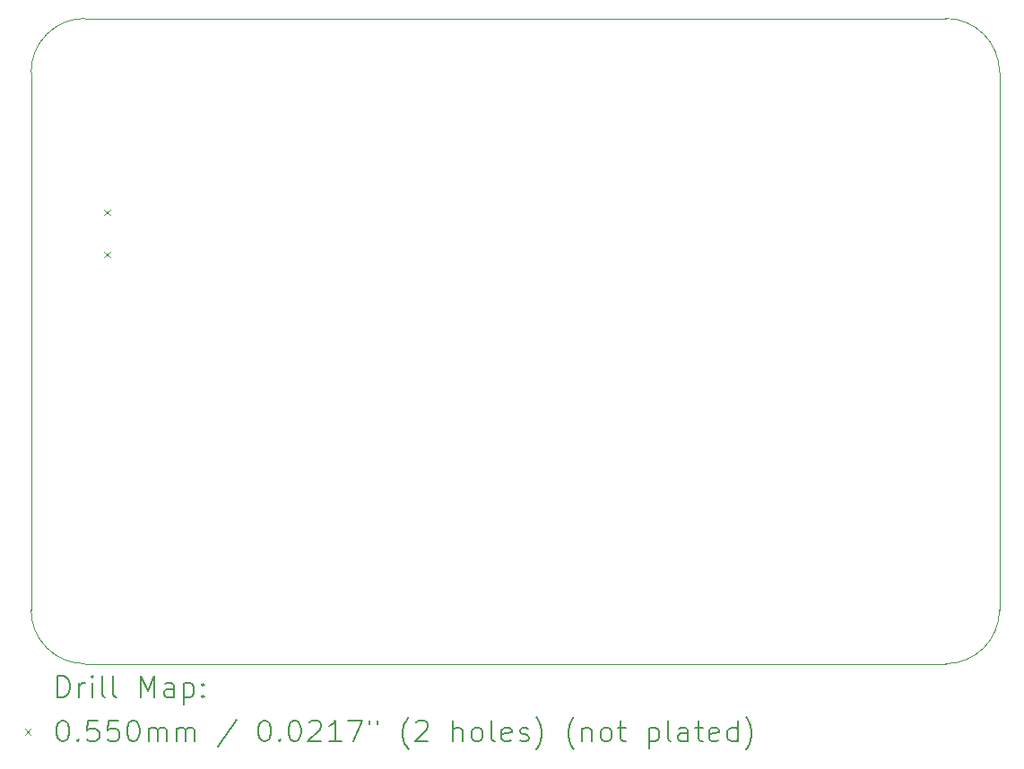
<source format=gbr>
%TF.GenerationSoftware,KiCad,Pcbnew,(6.0.9)*%
%TF.CreationDate,2022-12-14T01:21:41-05:00*%
%TF.ProjectId,usbcounter,75736263-6f75-46e7-9465-722e6b696361,rev?*%
%TF.SameCoordinates,Original*%
%TF.FileFunction,Drillmap*%
%TF.FilePolarity,Positive*%
%FSLAX45Y45*%
G04 Gerber Fmt 4.5, Leading zero omitted, Abs format (unit mm)*
G04 Created by KiCad (PCBNEW (6.0.9)) date 2022-12-14 01:21:41*
%MOMM*%
%LPD*%
G01*
G04 APERTURE LIST*
%ADD10C,0.100000*%
%ADD11C,0.200000*%
%ADD12C,0.055000*%
G04 APERTURE END LIST*
D10*
X13716000Y-11176000D02*
G75*
G03*
X14224000Y-10668000I0J508000D01*
G01*
X5080000Y-10668000D02*
X5080000Y-5588000D01*
X5588000Y-5080000D02*
X13716000Y-5080000D01*
X14224000Y-5588000D02*
G75*
G03*
X13716000Y-5080000I-508000J0D01*
G01*
X5080000Y-10668000D02*
G75*
G03*
X5588000Y-11176000I508000J0D01*
G01*
X13716000Y-11176000D02*
X5588000Y-11176000D01*
X14224000Y-5588000D02*
X14224000Y-10668000D01*
X5588000Y-5080000D02*
G75*
G03*
X5080000Y-5588000I0J-508000D01*
G01*
D11*
D12*
X5772000Y-6884500D02*
X5827000Y-6939500D01*
X5827000Y-6884500D02*
X5772000Y-6939500D01*
X5772000Y-7284500D02*
X5827000Y-7339500D01*
X5827000Y-7284500D02*
X5772000Y-7339500D01*
D11*
X5332619Y-11491476D02*
X5332619Y-11291476D01*
X5380238Y-11291476D01*
X5408809Y-11301000D01*
X5427857Y-11320048D01*
X5437381Y-11339095D01*
X5446905Y-11377191D01*
X5446905Y-11405762D01*
X5437381Y-11443857D01*
X5427857Y-11462905D01*
X5408809Y-11481952D01*
X5380238Y-11491476D01*
X5332619Y-11491476D01*
X5532619Y-11491476D02*
X5532619Y-11358143D01*
X5532619Y-11396238D02*
X5542143Y-11377191D01*
X5551666Y-11367667D01*
X5570714Y-11358143D01*
X5589762Y-11358143D01*
X5656428Y-11491476D02*
X5656428Y-11358143D01*
X5656428Y-11291476D02*
X5646904Y-11301000D01*
X5656428Y-11310524D01*
X5665952Y-11301000D01*
X5656428Y-11291476D01*
X5656428Y-11310524D01*
X5780238Y-11491476D02*
X5761190Y-11481952D01*
X5751666Y-11462905D01*
X5751666Y-11291476D01*
X5885000Y-11491476D02*
X5865952Y-11481952D01*
X5856428Y-11462905D01*
X5856428Y-11291476D01*
X6113571Y-11491476D02*
X6113571Y-11291476D01*
X6180238Y-11434333D01*
X6246904Y-11291476D01*
X6246904Y-11491476D01*
X6427857Y-11491476D02*
X6427857Y-11386714D01*
X6418333Y-11367667D01*
X6399285Y-11358143D01*
X6361190Y-11358143D01*
X6342143Y-11367667D01*
X6427857Y-11481952D02*
X6408809Y-11491476D01*
X6361190Y-11491476D01*
X6342143Y-11481952D01*
X6332619Y-11462905D01*
X6332619Y-11443857D01*
X6342143Y-11424810D01*
X6361190Y-11415286D01*
X6408809Y-11415286D01*
X6427857Y-11405762D01*
X6523095Y-11358143D02*
X6523095Y-11558143D01*
X6523095Y-11367667D02*
X6542143Y-11358143D01*
X6580238Y-11358143D01*
X6599285Y-11367667D01*
X6608809Y-11377191D01*
X6618333Y-11396238D01*
X6618333Y-11453381D01*
X6608809Y-11472429D01*
X6599285Y-11481952D01*
X6580238Y-11491476D01*
X6542143Y-11491476D01*
X6523095Y-11481952D01*
X6704047Y-11472429D02*
X6713571Y-11481952D01*
X6704047Y-11491476D01*
X6694524Y-11481952D01*
X6704047Y-11472429D01*
X6704047Y-11491476D01*
X6704047Y-11367667D02*
X6713571Y-11377191D01*
X6704047Y-11386714D01*
X6694524Y-11377191D01*
X6704047Y-11367667D01*
X6704047Y-11386714D01*
D12*
X5020000Y-11793500D02*
X5075000Y-11848500D01*
X5075000Y-11793500D02*
X5020000Y-11848500D01*
D11*
X5370714Y-11711476D02*
X5389762Y-11711476D01*
X5408809Y-11721000D01*
X5418333Y-11730524D01*
X5427857Y-11749572D01*
X5437381Y-11787667D01*
X5437381Y-11835286D01*
X5427857Y-11873381D01*
X5418333Y-11892429D01*
X5408809Y-11901952D01*
X5389762Y-11911476D01*
X5370714Y-11911476D01*
X5351666Y-11901952D01*
X5342143Y-11892429D01*
X5332619Y-11873381D01*
X5323095Y-11835286D01*
X5323095Y-11787667D01*
X5332619Y-11749572D01*
X5342143Y-11730524D01*
X5351666Y-11721000D01*
X5370714Y-11711476D01*
X5523095Y-11892429D02*
X5532619Y-11901952D01*
X5523095Y-11911476D01*
X5513571Y-11901952D01*
X5523095Y-11892429D01*
X5523095Y-11911476D01*
X5713571Y-11711476D02*
X5618333Y-11711476D01*
X5608809Y-11806714D01*
X5618333Y-11797191D01*
X5637381Y-11787667D01*
X5685000Y-11787667D01*
X5704047Y-11797191D01*
X5713571Y-11806714D01*
X5723095Y-11825762D01*
X5723095Y-11873381D01*
X5713571Y-11892429D01*
X5704047Y-11901952D01*
X5685000Y-11911476D01*
X5637381Y-11911476D01*
X5618333Y-11901952D01*
X5608809Y-11892429D01*
X5904047Y-11711476D02*
X5808809Y-11711476D01*
X5799285Y-11806714D01*
X5808809Y-11797191D01*
X5827857Y-11787667D01*
X5875476Y-11787667D01*
X5894524Y-11797191D01*
X5904047Y-11806714D01*
X5913571Y-11825762D01*
X5913571Y-11873381D01*
X5904047Y-11892429D01*
X5894524Y-11901952D01*
X5875476Y-11911476D01*
X5827857Y-11911476D01*
X5808809Y-11901952D01*
X5799285Y-11892429D01*
X6037381Y-11711476D02*
X6056428Y-11711476D01*
X6075476Y-11721000D01*
X6085000Y-11730524D01*
X6094524Y-11749572D01*
X6104047Y-11787667D01*
X6104047Y-11835286D01*
X6094524Y-11873381D01*
X6085000Y-11892429D01*
X6075476Y-11901952D01*
X6056428Y-11911476D01*
X6037381Y-11911476D01*
X6018333Y-11901952D01*
X6008809Y-11892429D01*
X5999285Y-11873381D01*
X5989762Y-11835286D01*
X5989762Y-11787667D01*
X5999285Y-11749572D01*
X6008809Y-11730524D01*
X6018333Y-11721000D01*
X6037381Y-11711476D01*
X6189762Y-11911476D02*
X6189762Y-11778143D01*
X6189762Y-11797191D02*
X6199285Y-11787667D01*
X6218333Y-11778143D01*
X6246904Y-11778143D01*
X6265952Y-11787667D01*
X6275476Y-11806714D01*
X6275476Y-11911476D01*
X6275476Y-11806714D02*
X6285000Y-11787667D01*
X6304047Y-11778143D01*
X6332619Y-11778143D01*
X6351666Y-11787667D01*
X6361190Y-11806714D01*
X6361190Y-11911476D01*
X6456428Y-11911476D02*
X6456428Y-11778143D01*
X6456428Y-11797191D02*
X6465952Y-11787667D01*
X6485000Y-11778143D01*
X6513571Y-11778143D01*
X6532619Y-11787667D01*
X6542143Y-11806714D01*
X6542143Y-11911476D01*
X6542143Y-11806714D02*
X6551666Y-11787667D01*
X6570714Y-11778143D01*
X6599285Y-11778143D01*
X6618333Y-11787667D01*
X6627857Y-11806714D01*
X6627857Y-11911476D01*
X7018333Y-11701952D02*
X6846904Y-11959095D01*
X7275476Y-11711476D02*
X7294524Y-11711476D01*
X7313571Y-11721000D01*
X7323095Y-11730524D01*
X7332619Y-11749572D01*
X7342143Y-11787667D01*
X7342143Y-11835286D01*
X7332619Y-11873381D01*
X7323095Y-11892429D01*
X7313571Y-11901952D01*
X7294524Y-11911476D01*
X7275476Y-11911476D01*
X7256428Y-11901952D01*
X7246904Y-11892429D01*
X7237381Y-11873381D01*
X7227857Y-11835286D01*
X7227857Y-11787667D01*
X7237381Y-11749572D01*
X7246904Y-11730524D01*
X7256428Y-11721000D01*
X7275476Y-11711476D01*
X7427857Y-11892429D02*
X7437381Y-11901952D01*
X7427857Y-11911476D01*
X7418333Y-11901952D01*
X7427857Y-11892429D01*
X7427857Y-11911476D01*
X7561190Y-11711476D02*
X7580238Y-11711476D01*
X7599285Y-11721000D01*
X7608809Y-11730524D01*
X7618333Y-11749572D01*
X7627857Y-11787667D01*
X7627857Y-11835286D01*
X7618333Y-11873381D01*
X7608809Y-11892429D01*
X7599285Y-11901952D01*
X7580238Y-11911476D01*
X7561190Y-11911476D01*
X7542143Y-11901952D01*
X7532619Y-11892429D01*
X7523095Y-11873381D01*
X7513571Y-11835286D01*
X7513571Y-11787667D01*
X7523095Y-11749572D01*
X7532619Y-11730524D01*
X7542143Y-11721000D01*
X7561190Y-11711476D01*
X7704047Y-11730524D02*
X7713571Y-11721000D01*
X7732619Y-11711476D01*
X7780238Y-11711476D01*
X7799285Y-11721000D01*
X7808809Y-11730524D01*
X7818333Y-11749572D01*
X7818333Y-11768619D01*
X7808809Y-11797191D01*
X7694524Y-11911476D01*
X7818333Y-11911476D01*
X8008809Y-11911476D02*
X7894524Y-11911476D01*
X7951666Y-11911476D02*
X7951666Y-11711476D01*
X7932619Y-11740048D01*
X7913571Y-11759095D01*
X7894524Y-11768619D01*
X8075476Y-11711476D02*
X8208809Y-11711476D01*
X8123095Y-11911476D01*
X8275476Y-11711476D02*
X8275476Y-11749572D01*
X8351666Y-11711476D02*
X8351666Y-11749572D01*
X8646905Y-11987667D02*
X8637381Y-11978143D01*
X8618333Y-11949572D01*
X8608809Y-11930524D01*
X8599286Y-11901952D01*
X8589762Y-11854333D01*
X8589762Y-11816238D01*
X8599286Y-11768619D01*
X8608809Y-11740048D01*
X8618333Y-11721000D01*
X8637381Y-11692429D01*
X8646905Y-11682905D01*
X8713571Y-11730524D02*
X8723095Y-11721000D01*
X8742143Y-11711476D01*
X8789762Y-11711476D01*
X8808809Y-11721000D01*
X8818333Y-11730524D01*
X8827857Y-11749572D01*
X8827857Y-11768619D01*
X8818333Y-11797191D01*
X8704047Y-11911476D01*
X8827857Y-11911476D01*
X9065952Y-11911476D02*
X9065952Y-11711476D01*
X9151666Y-11911476D02*
X9151666Y-11806714D01*
X9142143Y-11787667D01*
X9123095Y-11778143D01*
X9094524Y-11778143D01*
X9075476Y-11787667D01*
X9065952Y-11797191D01*
X9275476Y-11911476D02*
X9256428Y-11901952D01*
X9246905Y-11892429D01*
X9237381Y-11873381D01*
X9237381Y-11816238D01*
X9246905Y-11797191D01*
X9256428Y-11787667D01*
X9275476Y-11778143D01*
X9304047Y-11778143D01*
X9323095Y-11787667D01*
X9332619Y-11797191D01*
X9342143Y-11816238D01*
X9342143Y-11873381D01*
X9332619Y-11892429D01*
X9323095Y-11901952D01*
X9304047Y-11911476D01*
X9275476Y-11911476D01*
X9456428Y-11911476D02*
X9437381Y-11901952D01*
X9427857Y-11882905D01*
X9427857Y-11711476D01*
X9608809Y-11901952D02*
X9589762Y-11911476D01*
X9551666Y-11911476D01*
X9532619Y-11901952D01*
X9523095Y-11882905D01*
X9523095Y-11806714D01*
X9532619Y-11787667D01*
X9551666Y-11778143D01*
X9589762Y-11778143D01*
X9608809Y-11787667D01*
X9618333Y-11806714D01*
X9618333Y-11825762D01*
X9523095Y-11844810D01*
X9694524Y-11901952D02*
X9713571Y-11911476D01*
X9751666Y-11911476D01*
X9770714Y-11901952D01*
X9780238Y-11882905D01*
X9780238Y-11873381D01*
X9770714Y-11854333D01*
X9751666Y-11844810D01*
X9723095Y-11844810D01*
X9704047Y-11835286D01*
X9694524Y-11816238D01*
X9694524Y-11806714D01*
X9704047Y-11787667D01*
X9723095Y-11778143D01*
X9751666Y-11778143D01*
X9770714Y-11787667D01*
X9846905Y-11987667D02*
X9856428Y-11978143D01*
X9875476Y-11949572D01*
X9885000Y-11930524D01*
X9894524Y-11901952D01*
X9904047Y-11854333D01*
X9904047Y-11816238D01*
X9894524Y-11768619D01*
X9885000Y-11740048D01*
X9875476Y-11721000D01*
X9856428Y-11692429D01*
X9846905Y-11682905D01*
X10208809Y-11987667D02*
X10199286Y-11978143D01*
X10180238Y-11949572D01*
X10170714Y-11930524D01*
X10161190Y-11901952D01*
X10151666Y-11854333D01*
X10151666Y-11816238D01*
X10161190Y-11768619D01*
X10170714Y-11740048D01*
X10180238Y-11721000D01*
X10199286Y-11692429D01*
X10208809Y-11682905D01*
X10285000Y-11778143D02*
X10285000Y-11911476D01*
X10285000Y-11797191D02*
X10294524Y-11787667D01*
X10313571Y-11778143D01*
X10342143Y-11778143D01*
X10361190Y-11787667D01*
X10370714Y-11806714D01*
X10370714Y-11911476D01*
X10494524Y-11911476D02*
X10475476Y-11901952D01*
X10465952Y-11892429D01*
X10456428Y-11873381D01*
X10456428Y-11816238D01*
X10465952Y-11797191D01*
X10475476Y-11787667D01*
X10494524Y-11778143D01*
X10523095Y-11778143D01*
X10542143Y-11787667D01*
X10551666Y-11797191D01*
X10561190Y-11816238D01*
X10561190Y-11873381D01*
X10551666Y-11892429D01*
X10542143Y-11901952D01*
X10523095Y-11911476D01*
X10494524Y-11911476D01*
X10618333Y-11778143D02*
X10694524Y-11778143D01*
X10646905Y-11711476D02*
X10646905Y-11882905D01*
X10656428Y-11901952D01*
X10675476Y-11911476D01*
X10694524Y-11911476D01*
X10913571Y-11778143D02*
X10913571Y-11978143D01*
X10913571Y-11787667D02*
X10932619Y-11778143D01*
X10970714Y-11778143D01*
X10989762Y-11787667D01*
X10999286Y-11797191D01*
X11008809Y-11816238D01*
X11008809Y-11873381D01*
X10999286Y-11892429D01*
X10989762Y-11901952D01*
X10970714Y-11911476D01*
X10932619Y-11911476D01*
X10913571Y-11901952D01*
X11123095Y-11911476D02*
X11104047Y-11901952D01*
X11094524Y-11882905D01*
X11094524Y-11711476D01*
X11285000Y-11911476D02*
X11285000Y-11806714D01*
X11275476Y-11787667D01*
X11256428Y-11778143D01*
X11218333Y-11778143D01*
X11199285Y-11787667D01*
X11285000Y-11901952D02*
X11265952Y-11911476D01*
X11218333Y-11911476D01*
X11199285Y-11901952D01*
X11189762Y-11882905D01*
X11189762Y-11863857D01*
X11199285Y-11844810D01*
X11218333Y-11835286D01*
X11265952Y-11835286D01*
X11285000Y-11825762D01*
X11351666Y-11778143D02*
X11427857Y-11778143D01*
X11380238Y-11711476D02*
X11380238Y-11882905D01*
X11389762Y-11901952D01*
X11408809Y-11911476D01*
X11427857Y-11911476D01*
X11570714Y-11901952D02*
X11551666Y-11911476D01*
X11513571Y-11911476D01*
X11494524Y-11901952D01*
X11485000Y-11882905D01*
X11485000Y-11806714D01*
X11494524Y-11787667D01*
X11513571Y-11778143D01*
X11551666Y-11778143D01*
X11570714Y-11787667D01*
X11580238Y-11806714D01*
X11580238Y-11825762D01*
X11485000Y-11844810D01*
X11751666Y-11911476D02*
X11751666Y-11711476D01*
X11751666Y-11901952D02*
X11732619Y-11911476D01*
X11694524Y-11911476D01*
X11675476Y-11901952D01*
X11665952Y-11892429D01*
X11656428Y-11873381D01*
X11656428Y-11816238D01*
X11665952Y-11797191D01*
X11675476Y-11787667D01*
X11694524Y-11778143D01*
X11732619Y-11778143D01*
X11751666Y-11787667D01*
X11827857Y-11987667D02*
X11837381Y-11978143D01*
X11856428Y-11949572D01*
X11865952Y-11930524D01*
X11875476Y-11901952D01*
X11885000Y-11854333D01*
X11885000Y-11816238D01*
X11875476Y-11768619D01*
X11865952Y-11740048D01*
X11856428Y-11721000D01*
X11837381Y-11692429D01*
X11827857Y-11682905D01*
M02*

</source>
